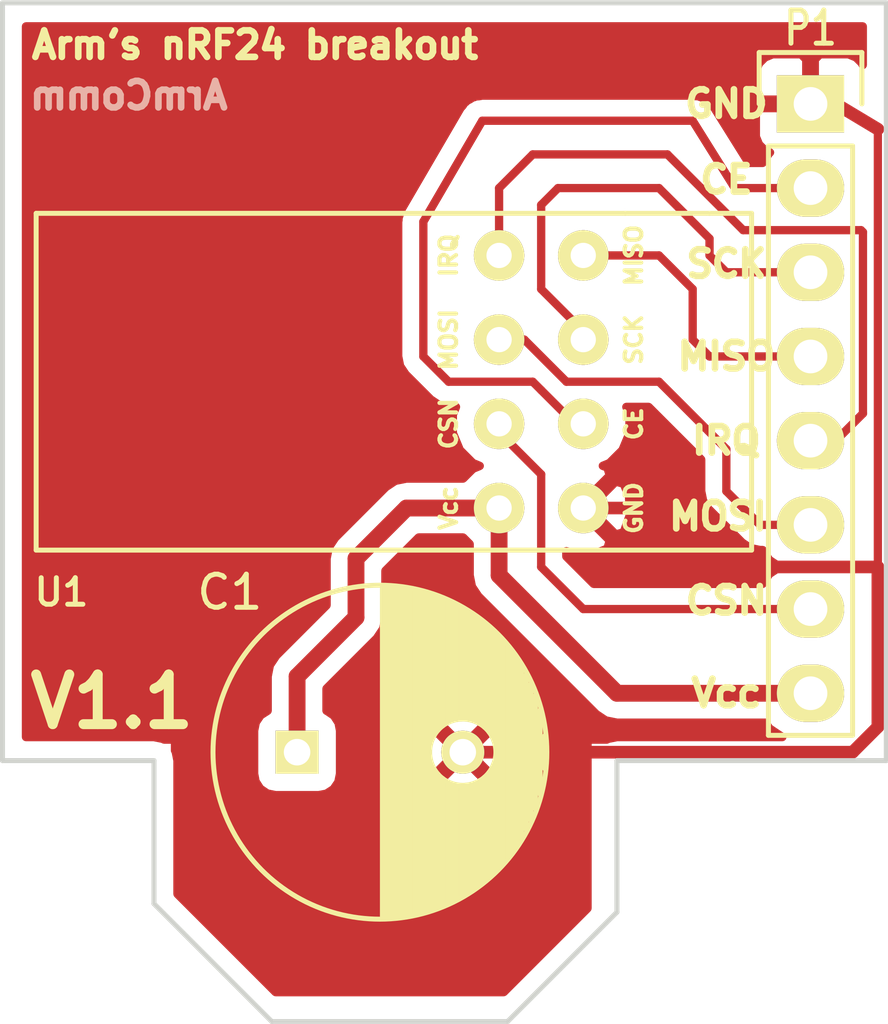
<source format=kicad_pcb>
(kicad_pcb (version 4) (host pcbnew 4.0.1-stable)

  (general
    (links 10)
    (no_connects 0)
    (area 132.004999 104.064999 158.825001 134.949001)
    (thickness 1.6)
    (drawings 21)
    (tracks 62)
    (zones 0)
    (modules 3)
    (nets 9)
  )

  (page A4)
  (title_block
    (title nRF24breakout)
    (date 2016-03-12)
    (rev 1.0)
    (company ArmComm)
    (comment 1 "Part of Kicad make PCB like a pro")
  )

  (layers
    (0 F.Cu signal)
    (31 B.Cu signal)
    (32 B.Adhes user)
    (33 F.Adhes user)
    (34 B.Paste user)
    (35 F.Paste user)
    (36 B.SilkS user)
    (37 F.SilkS user)
    (38 B.Mask user)
    (39 F.Mask user)
    (40 Dwgs.User user)
    (41 Cmts.User user)
    (42 Eco1.User user)
    (43 Eco2.User user)
    (44 Edge.Cuts user)
    (45 Margin user)
    (46 B.CrtYd user)
    (47 F.CrtYd user)
    (48 B.Fab user)
    (49 F.Fab user)
  )

  (setup
    (last_trace_width 0.25)
    (user_trace_width 0.1524)
    (user_trace_width 0.254)
    (user_trace_width 0.381)
    (user_trace_width 0.508)
    (user_trace_width 0.8128)
    (trace_clearance 0.2)
    (zone_clearance 0.508)
    (zone_45_only no)
    (trace_min 0.1524)
    (segment_width 0.2)
    (edge_width 0.15)
    (via_size 0.6)
    (via_drill 0.4)
    (via_min_size 0.4)
    (via_min_drill 0.254)
    (user_via 0.4826 0.3302)
    (user_via 0.5 0.4)
    (user_via 1.905 0.254)
    (uvia_size 0.3)
    (uvia_drill 0.1)
    (uvias_allowed no)
    (uvia_min_size 0.2)
    (uvia_min_drill 0.1)
    (pcb_text_width 0.3)
    (pcb_text_size 1.5 1.5)
    (mod_edge_width 0.15)
    (mod_text_size 1 1)
    (mod_text_width 0.15)
    (pad_size 1.524 1.524)
    (pad_drill 0.762)
    (pad_to_mask_clearance 0.2)
    (aux_axis_origin 0 0)
    (visible_elements FFFFFF7F)
    (pcbplotparams
      (layerselection 0x010f0_80000001)
      (usegerberextensions true)
      (excludeedgelayer true)
      (linewidth 0.100000)
      (plotframeref false)
      (viasonmask false)
      (mode 1)
      (useauxorigin false)
      (hpglpennumber 1)
      (hpglpenspeed 20)
      (hpglpendiameter 15)
      (hpglpenoverlay 2)
      (psnegative false)
      (psa4output false)
      (plotreference true)
      (plotvalue true)
      (plotinvisibletext false)
      (padsonsilk false)
      (subtractmaskfromsilk false)
      (outputformat 1)
      (mirror false)
      (drillshape 0)
      (scaleselection 1)
      (outputdirectory nRF24_Gerber/))
  )

  (net 0 "")
  (net 1 "Net-(P1-Pad2)")
  (net 2 "Net-(P1-Pad3)")
  (net 3 "Net-(P1-Pad4)")
  (net 4 "Net-(P1-Pad5)")
  (net 5 "Net-(P1-Pad6)")
  (net 6 "Net-(P1-Pad7)")
  (net 7 "Net-(C1-Pad2)")
  (net 8 "Net-(C1-Pad1)")

  (net_class Default "This is the default net class."
    (clearance 0.2)
    (trace_width 0.25)
    (via_dia 0.6)
    (via_drill 0.4)
    (uvia_dia 0.3)
    (uvia_drill 0.1)
    (add_net "Net-(C1-Pad1)")
    (add_net "Net-(C1-Pad2)")
    (add_net "Net-(P1-Pad2)")
    (add_net "Net-(P1-Pad3)")
    (add_net "Net-(P1-Pad4)")
    (add_net "Net-(P1-Pad5)")
    (add_net "Net-(P1-Pad6)")
    (add_net "Net-(P1-Pad7)")
  )

  (module Pin_Headers:Pin_Header_Straight_1x08 (layer F.Cu) (tedit 56E41275) (tstamp 56E40AB4)
    (at 156.464 107.188)
    (descr "Through hole pin header")
    (tags "pin header")
    (path /56CAD517)
    (fp_text reference P1 (at 0 -2.286) (layer F.SilkS)
      (effects (font (size 1 0.8) (thickness 0.15)))
    )
    (fp_text value CONN_01X08 (at 0 -3.1) (layer F.Fab) hide
      (effects (font (size 1 1) (thickness 0.15)))
    )
    (fp_line (start -1.75 -1.75) (end -1.75 19.55) (layer F.CrtYd) (width 0.05))
    (fp_line (start 1.75 -1.75) (end 1.75 19.55) (layer F.CrtYd) (width 0.05))
    (fp_line (start -1.75 -1.75) (end 1.75 -1.75) (layer F.CrtYd) (width 0.05))
    (fp_line (start -1.75 19.55) (end 1.75 19.55) (layer F.CrtYd) (width 0.05))
    (fp_line (start 1.27 1.27) (end 1.27 19.05) (layer F.SilkS) (width 0.15))
    (fp_line (start 1.27 19.05) (end -1.27 19.05) (layer F.SilkS) (width 0.15))
    (fp_line (start -1.27 19.05) (end -1.27 1.27) (layer F.SilkS) (width 0.15))
    (fp_line (start 1.55 -1.55) (end 1.55 0) (layer F.SilkS) (width 0.15))
    (fp_line (start 1.27 1.27) (end -1.27 1.27) (layer F.SilkS) (width 0.15))
    (fp_line (start -1.55 0) (end -1.55 -1.55) (layer F.SilkS) (width 0.15))
    (fp_line (start -1.55 -1.55) (end 1.55 -1.55) (layer F.SilkS) (width 0.15))
    (pad 1 thru_hole rect (at 0 0) (size 2.032 1.7272) (drill 1.016) (layers *.Cu *.Mask F.SilkS)
      (net 7 "Net-(C1-Pad2)"))
    (pad 2 thru_hole oval (at 0 2.54) (size 2.032 1.7272) (drill 1.016) (layers *.Cu *.Mask F.SilkS)
      (net 1 "Net-(P1-Pad2)"))
    (pad 3 thru_hole oval (at 0 5.08) (size 2.032 1.7272) (drill 1.016) (layers *.Cu *.Mask F.SilkS)
      (net 2 "Net-(P1-Pad3)"))
    (pad 4 thru_hole oval (at 0 7.62) (size 2.032 1.7272) (drill 1.016) (layers *.Cu *.Mask F.SilkS)
      (net 3 "Net-(P1-Pad4)"))
    (pad 5 thru_hole oval (at 0 10.16) (size 2.032 1.7272) (drill 1.016) (layers *.Cu *.Mask F.SilkS)
      (net 4 "Net-(P1-Pad5)"))
    (pad 6 thru_hole oval (at 0 12.7) (size 2.032 1.7272) (drill 1.016) (layers *.Cu *.Mask F.SilkS)
      (net 5 "Net-(P1-Pad6)"))
    (pad 7 thru_hole oval (at 0 15.24) (size 2.032 1.7272) (drill 1.016) (layers *.Cu *.Mask F.SilkS)
      (net 6 "Net-(P1-Pad7)"))
    (pad 8 thru_hole oval (at 0 17.78) (size 2.032 1.7272) (drill 1.016) (layers *.Cu *.Mask F.SilkS)
      (net 8 "Net-(C1-Pad1)"))
    (model Pin_Headers.3dshapes/Pin_Header_Straight_1x08.wrl
      (at (xyz 0 -0.35 0))
      (scale (xyz 1 1 1))
      (rotate (xyz 0 0 90))
    )
  )

  (module nRF24_footprints:nRF24 (layer F.Cu) (tedit 5788E0F0) (tstamp 56E40ACE)
    (at 139.446 119.38)
    (descr "A footprint for the generic nRF24 module")
    (path /56CAE13E)
    (fp_text reference U1 (at -5.588 2.54) (layer F.SilkS)
      (effects (font (size 0.8 0.8) (thickness 0.15)))
    )
    (fp_text value nRF24 (at 0 -3.556) (layer F.Fab)
      (effects (font (size 1 1) (thickness 0.15)))
    )
    (fp_line (start 15.24 -8.89) (end 15.24 1.27) (layer F.SilkS) (width 0.15))
    (fp_line (start 15.24 1.27) (end -6.35 1.27) (layer F.SilkS) (width 0.15))
    (fp_line (start -6.35 1.27) (end -6.35 -8.89) (layer F.SilkS) (width 0.15))
    (fp_text user Vcc (at 6.096 0 90) (layer F.SilkS)
      (effects (font (size 0.5 0.5) (thickness 0.125)))
    )
    (fp_text user CSN (at 6.096 -2.54 90) (layer F.SilkS)
      (effects (font (size 0.5 0.5) (thickness 0.125)))
    )
    (fp_text user MOSI (at 6.096 -5.08 90) (layer F.SilkS)
      (effects (font (size 0.5 0.5) (thickness 0.125)))
    )
    (fp_text user IRQ (at 6.096 -7.62 90) (layer F.SilkS)
      (effects (font (size 0.5 0.5) (thickness 0.125)))
    )
    (fp_text user MISO (at 11.684 -7.62 90) (layer F.SilkS)
      (effects (font (size 0.5 0.5) (thickness 0.125)))
    )
    (fp_text user SCK (at 11.684 -5.08 90) (layer F.SilkS)
      (effects (font (size 0.5 0.5) (thickness 0.125)))
    )
    (fp_text user CE (at 11.684 -2.54 90) (layer F.SilkS)
      (effects (font (size 0.5 0.5) (thickness 0.125)))
    )
    (fp_text user GND (at 11.684 0 90) (layer F.SilkS)
      (effects (font (size 0.5 0.5) (thickness 0.125)))
    )
    (fp_line (start 13.97 -8.89) (end 15.24 -8.89) (layer F.SilkS) (width 0.15))
    (fp_line (start 11.43 -8.89) (end 13.97 -8.89) (layer F.SilkS) (width 0.15))
    (fp_line (start -6.35 -8.89) (end 11.43 -8.89) (layer F.SilkS) (width 0.15))
    (pad 1 thru_hole circle (at 10.16 -2.54) (size 1.524 1.524) (drill 0.762) (layers *.Cu *.Mask F.SilkS)
      (net 1 "Net-(P1-Pad2)"))
    (pad 2 thru_hole circle (at 10.16 -5.08) (size 1.524 1.524) (drill 0.762) (layers *.Cu *.Mask F.SilkS)
      (net 2 "Net-(P1-Pad3)"))
    (pad 3 thru_hole circle (at 10.16 -7.62) (size 1.524 1.524) (drill 0.762) (layers *.Cu *.Mask F.SilkS)
      (net 3 "Net-(P1-Pad4)"))
    (pad 4 thru_hole circle (at 7.62 -7.62) (size 1.524 1.524) (drill 0.762) (layers *.Cu *.Mask F.SilkS)
      (net 4 "Net-(P1-Pad5)"))
    (pad 5 thru_hole circle (at 7.62 -5.08) (size 1.524 1.524) (drill 0.762) (layers *.Cu *.Mask F.SilkS)
      (net 5 "Net-(P1-Pad6)"))
    (pad 6 thru_hole circle (at 7.62 -2.54) (size 1.524 1.524) (drill 0.762) (layers *.Cu *.Mask F.SilkS)
      (net 6 "Net-(P1-Pad7)"))
    (pad 7 thru_hole circle (at 7.62 0) (size 1.524 1.524) (drill 0.762) (layers *.Cu *.Mask F.SilkS)
      (net 8 "Net-(C1-Pad1)"))
    (pad 0 thru_hole circle (at 10.16 0) (size 1.524 1.524) (drill 0.762) (layers *.Cu *.Mask F.SilkS)
      (net 7 "Net-(C1-Pad2)"))
  )

  (module Capacitors_ThroughHole:C_Radial_D10_L16_P5 (layer F.Cu) (tedit 5788E0F5) (tstamp 5788DECD)
    (at 140.97 126.746)
    (descr "Radial Electrolytic Capacitor 10mm x Length 16mm, Pitch 5mm")
    (tags "Electrolytic Capacitor")
    (path /5788DB0A)
    (fp_text reference C1 (at -2.032 -4.826) (layer F.SilkS)
      (effects (font (size 1 1) (thickness 0.15)))
    )
    (fp_text value 10uF (at 2.5 6.3) (layer F.Fab)
      (effects (font (size 1 1) (thickness 0.15)))
    )
    (fp_line (start 2.575 -4.999) (end 2.575 4.999) (layer F.SilkS) (width 0.15))
    (fp_line (start 2.715 -4.995) (end 2.715 4.995) (layer F.SilkS) (width 0.15))
    (fp_line (start 2.855 -4.987) (end 2.855 4.987) (layer F.SilkS) (width 0.15))
    (fp_line (start 2.995 -4.975) (end 2.995 4.975) (layer F.SilkS) (width 0.15))
    (fp_line (start 3.135 -4.96) (end 3.135 4.96) (layer F.SilkS) (width 0.15))
    (fp_line (start 3.275 -4.94) (end 3.275 4.94) (layer F.SilkS) (width 0.15))
    (fp_line (start 3.415 -4.916) (end 3.415 4.916) (layer F.SilkS) (width 0.15))
    (fp_line (start 3.555 -4.887) (end 3.555 4.887) (layer F.SilkS) (width 0.15))
    (fp_line (start 3.695 -4.855) (end 3.695 4.855) (layer F.SilkS) (width 0.15))
    (fp_line (start 3.835 -4.818) (end 3.835 4.818) (layer F.SilkS) (width 0.15))
    (fp_line (start 3.975 -4.777) (end 3.975 4.777) (layer F.SilkS) (width 0.15))
    (fp_line (start 4.115 -4.732) (end 4.115 -0.466) (layer F.SilkS) (width 0.15))
    (fp_line (start 4.115 0.466) (end 4.115 4.732) (layer F.SilkS) (width 0.15))
    (fp_line (start 4.255 -4.682) (end 4.255 -0.667) (layer F.SilkS) (width 0.15))
    (fp_line (start 4.255 0.667) (end 4.255 4.682) (layer F.SilkS) (width 0.15))
    (fp_line (start 4.395 -4.627) (end 4.395 -0.796) (layer F.SilkS) (width 0.15))
    (fp_line (start 4.395 0.796) (end 4.395 4.627) (layer F.SilkS) (width 0.15))
    (fp_line (start 4.535 -4.567) (end 4.535 -0.885) (layer F.SilkS) (width 0.15))
    (fp_line (start 4.535 0.885) (end 4.535 4.567) (layer F.SilkS) (width 0.15))
    (fp_line (start 4.675 -4.502) (end 4.675 -0.946) (layer F.SilkS) (width 0.15))
    (fp_line (start 4.675 0.946) (end 4.675 4.502) (layer F.SilkS) (width 0.15))
    (fp_line (start 4.815 -4.432) (end 4.815 -0.983) (layer F.SilkS) (width 0.15))
    (fp_line (start 4.815 0.983) (end 4.815 4.432) (layer F.SilkS) (width 0.15))
    (fp_line (start 4.955 -4.356) (end 4.955 -0.999) (layer F.SilkS) (width 0.15))
    (fp_line (start 4.955 0.999) (end 4.955 4.356) (layer F.SilkS) (width 0.15))
    (fp_line (start 5.095 -4.274) (end 5.095 -0.995) (layer F.SilkS) (width 0.15))
    (fp_line (start 5.095 0.995) (end 5.095 4.274) (layer F.SilkS) (width 0.15))
    (fp_line (start 5.235 -4.186) (end 5.235 -0.972) (layer F.SilkS) (width 0.15))
    (fp_line (start 5.235 0.972) (end 5.235 4.186) (layer F.SilkS) (width 0.15))
    (fp_line (start 5.375 -4.091) (end 5.375 -0.927) (layer F.SilkS) (width 0.15))
    (fp_line (start 5.375 0.927) (end 5.375 4.091) (layer F.SilkS) (width 0.15))
    (fp_line (start 5.515 -3.989) (end 5.515 -0.857) (layer F.SilkS) (width 0.15))
    (fp_line (start 5.515 0.857) (end 5.515 3.989) (layer F.SilkS) (width 0.15))
    (fp_line (start 5.655 -3.879) (end 5.655 -0.756) (layer F.SilkS) (width 0.15))
    (fp_line (start 5.655 0.756) (end 5.655 3.879) (layer F.SilkS) (width 0.15))
    (fp_line (start 5.795 -3.761) (end 5.795 -0.607) (layer F.SilkS) (width 0.15))
    (fp_line (start 5.795 0.607) (end 5.795 3.761) (layer F.SilkS) (width 0.15))
    (fp_line (start 5.935 -3.633) (end 5.935 -0.355) (layer F.SilkS) (width 0.15))
    (fp_line (start 5.935 0.355) (end 5.935 3.633) (layer F.SilkS) (width 0.15))
    (fp_line (start 6.075 -3.496) (end 6.075 3.496) (layer F.SilkS) (width 0.15))
    (fp_line (start 6.215 -3.346) (end 6.215 3.346) (layer F.SilkS) (width 0.15))
    (fp_line (start 6.355 -3.184) (end 6.355 3.184) (layer F.SilkS) (width 0.15))
    (fp_line (start 6.495 -3.007) (end 6.495 3.007) (layer F.SilkS) (width 0.15))
    (fp_line (start 6.635 -2.811) (end 6.635 2.811) (layer F.SilkS) (width 0.15))
    (fp_line (start 6.775 -2.593) (end 6.775 2.593) (layer F.SilkS) (width 0.15))
    (fp_line (start 6.915 -2.347) (end 6.915 2.347) (layer F.SilkS) (width 0.15))
    (fp_line (start 7.055 -2.062) (end 7.055 2.062) (layer F.SilkS) (width 0.15))
    (fp_line (start 7.195 -1.72) (end 7.195 1.72) (layer F.SilkS) (width 0.15))
    (fp_line (start 7.335 -1.274) (end 7.335 1.274) (layer F.SilkS) (width 0.15))
    (fp_line (start 7.475 -0.499) (end 7.475 0.499) (layer F.SilkS) (width 0.15))
    (fp_circle (center 5 0) (end 5 -1) (layer F.SilkS) (width 0.15))
    (fp_circle (center 2.5 0) (end 2.5 -5.0375) (layer F.SilkS) (width 0.15))
    (fp_circle (center 2.5 0) (end 2.5 -5.3) (layer F.CrtYd) (width 0.05))
    (pad 1 thru_hole rect (at 0 0) (size 1.3 1.3) (drill 0.8) (layers *.Cu *.Mask F.SilkS)
      (net 8 "Net-(C1-Pad1)"))
    (pad 2 thru_hole circle (at 5 0) (size 1.3 1.3) (drill 0.8) (layers *.Cu *.Mask F.SilkS)
      (net 7 "Net-(C1-Pad2)"))
    (model Capacitors_ThroughHole.3dshapes/C_Radial_D10_L16_P5.wrl
      (at (xyz 0.0984252 0 0))
      (scale (xyz 1 1 1))
      (rotate (xyz 0 0 90))
    )
  )

  (gr_text ArmComm (at 135.89 106.934) (layer B.SilkS)
    (effects (font (size 0.8 0.8) (thickness 0.2)) (justify mirror))
  )
  (gr_text "Arm's nRF24 breakout" (at 139.7 105.41) (layer F.SilkS)
    (effects (font (size 0.8 0.8) (thickness 0.2)))
  )
  (gr_line (start 150.622 127) (end 158.75 127) (angle 90) (layer Edge.Cuts) (width 0.15))
  (gr_line (start 150.622 131.572) (end 150.622 127) (angle 90) (layer Edge.Cuts) (width 0.15))
  (gr_line (start 147.32 134.874) (end 150.622 131.572) (angle 90) (layer Edge.Cuts) (width 0.15))
  (gr_line (start 140.208 134.874) (end 147.32 134.874) (angle 90) (layer Edge.Cuts) (width 0.15))
  (gr_line (start 136.652 131.318) (end 140.208 134.874) (angle 90) (layer Edge.Cuts) (width 0.15))
  (gr_line (start 136.652 127) (end 136.652 131.318) (angle 90) (layer Edge.Cuts) (width 0.15))
  (gr_line (start 132.08 127) (end 136.652 127) (angle 90) (layer Edge.Cuts) (width 0.15))
  (gr_text V1.1 (at 135.382 125.222) (layer F.SilkS)
    (effects (font (size 1.5 1.5) (thickness 0.3)))
  )
  (gr_text GND (at 153.924 107.188) (layer F.SilkS) (tstamp 5788D7DA)
    (effects (font (size 0.8 0.8) (thickness 0.2)))
  )
  (gr_text CE (at 153.924 109.474) (layer F.SilkS) (tstamp 5788D7D6)
    (effects (font (size 0.8 0.8) (thickness 0.2)))
  )
  (gr_text SCK (at 153.924 112.014) (layer F.SilkS) (tstamp 5788D7D3)
    (effects (font (size 0.8 0.8) (thickness 0.2)))
  )
  (gr_text MISO (at 153.924 114.808) (layer F.SilkS) (tstamp 5788D7CD)
    (effects (font (size 0.8 0.8) (thickness 0.2)))
  )
  (gr_text IRQ (at 153.924 117.348) (layer F.SilkS) (tstamp 5788D7C7)
    (effects (font (size 0.8 0.8) (thickness 0.2)))
  )
  (gr_text MOSI (at 153.67 119.634) (layer F.SilkS) (tstamp 5788D7BA)
    (effects (font (size 0.8 0.8) (thickness 0.2)))
  )
  (gr_text CSN (at 153.924 122.174) (layer F.SilkS) (tstamp 5788D7B3)
    (effects (font (size 0.8 0.8) (thickness 0.2)))
  )
  (gr_text Vcc (at 153.924 124.968) (layer F.SilkS)
    (effects (font (size 0.8 0.8) (thickness 0.2)))
  )
  (gr_line (start 132.08 104.14) (end 158.75 104.14) (angle 90) (layer Edge.Cuts) (width 0.15))
  (gr_line (start 132.08 127) (end 132.08 104.14) (angle 90) (layer Edge.Cuts) (width 0.15))
  (gr_line (start 158.75 127) (end 158.75 104.14) (angle 90) (layer Edge.Cuts) (width 0.15))

  (segment (start 154.178 109.728) (end 156.464 109.728) (width 0.25) (layer F.Cu) (net 1) (tstamp 5788BD59))
  (segment (start 152.908 107.696) (end 154.178 109.728) (width 0.25) (layer F.Cu) (net 1) (tstamp 5788BD4F))
  (segment (start 146.558 107.696) (end 152.908 107.696) (width 0.25) (layer F.Cu) (net 1) (tstamp 5788BD4B))
  (segment (start 144.78 110.744) (end 146.558 107.696) (width 0.25) (layer F.Cu) (net 1) (tstamp 5788BD49))
  (segment (start 144.78 114.808) (end 144.78 110.744) (width 0.25) (layer F.Cu) (net 1) (tstamp 5788BD47))
  (segment (start 145.542 115.57) (end 144.78 114.808) (width 0.25) (layer F.Cu) (net 1) (tstamp 5788BD44))
  (segment (start 148.082 115.57) (end 145.542 115.57) (width 0.25) (layer F.Cu) (net 1) (tstamp 5788BD40))
  (segment (start 148.336 115.824) (end 148.082 115.57) (width 0.25) (layer F.Cu) (net 1) (tstamp 5788BD27))
  (segment (start 149.352 116.84) (end 148.336 115.824) (width 0.25) (layer F.Cu) (net 1) (tstamp 5788BD25))
  (segment (start 149.606 116.84) (end 149.352 116.84) (width 0.25) (layer F.Cu) (net 1))
  (segment (start 149.606 114.3) (end 149.606 114.046) (width 0.25) (layer F.Cu) (net 2))
  (segment (start 149.606 114.046) (end 148.336 112.776) (width 0.25) (layer F.Cu) (net 2) (tstamp 5788BCCF))
  (segment (start 148.336 112.776) (end 148.336 110.236) (width 0.25) (layer F.Cu) (net 2) (tstamp 5788BCD2))
  (segment (start 148.336 110.236) (end 148.844 109.728) (width 0.25) (layer F.Cu) (net 2) (tstamp 5788BCD7))
  (segment (start 148.844 109.728) (end 151.892 109.728) (width 0.25) (layer F.Cu) (net 2) (tstamp 5788BCD8))
  (segment (start 151.892 109.728) (end 153.416 111.252) (width 0.25) (layer F.Cu) (net 2) (tstamp 5788BCD9))
  (segment (start 153.416 111.252) (end 153.416 111.76) (width 0.25) (layer F.Cu) (net 2) (tstamp 5788BCDC))
  (segment (start 153.416 111.76) (end 153.924 112.268) (width 0.25) (layer F.Cu) (net 2) (tstamp 5788BCDE))
  (segment (start 153.924 112.268) (end 156.464 112.268) (width 0.25) (layer F.Cu) (net 2) (tstamp 5788BCE0))
  (segment (start 149.606 111.76) (end 151.892 111.76) (width 0.25) (layer F.Cu) (net 3))
  (segment (start 153.416 114.808) (end 156.464 114.808) (width 0.25) (layer F.Cu) (net 3) (tstamp 5788BC75))
  (segment (start 152.908 114.3) (end 153.416 114.808) (width 0.25) (layer F.Cu) (net 3) (tstamp 5788BC74))
  (segment (start 152.908 112.776) (end 152.908 114.3) (width 0.25) (layer F.Cu) (net 3) (tstamp 5788BC71))
  (segment (start 151.892 111.76) (end 152.908 112.776) (width 0.25) (layer F.Cu) (net 3) (tstamp 5788BC6E))
  (segment (start 147.066 111.76) (end 147.066 109.728) (width 0.25) (layer F.Cu) (net 4))
  (segment (start 158.045998 116.528002) (end 157.226 117.348) (width 0.25) (layer F.Cu) (net 4) (tstamp 5788BED2))
  (segment (start 158.045998 111.055998) (end 158.045998 116.528002) (width 0.25) (layer F.Cu) (net 4) (tstamp 5788BECE))
  (segment (start 157.988 110.998) (end 158.045998 111.055998) (width 0.25) (layer F.Cu) (net 4) (tstamp 5788BECC))
  (segment (start 154.432 110.998) (end 157.988 110.998) (width 0.25) (layer F.Cu) (net 4) (tstamp 5788BEC8))
  (segment (start 152.146 108.712) (end 154.432 110.998) (width 0.25) (layer F.Cu) (net 4) (tstamp 5788BEC5))
  (segment (start 148.082 108.712) (end 152.146 108.712) (width 0.25) (layer F.Cu) (net 4) (tstamp 5788BEC2))
  (segment (start 147.066 109.728) (end 148.082 108.712) (width 0.25) (layer F.Cu) (net 4) (tstamp 5788BEC0))
  (segment (start 157.226 117.348) (end 156.464 117.348) (width 0.25) (layer F.Cu) (net 4) (tstamp 5788BED5))
  (segment (start 147.066 114.3) (end 147.828 114.3) (width 0.25) (layer F.Cu) (net 5))
  (segment (start 147.828 114.3) (end 149.098 115.57) (width 0.25) (layer F.Cu) (net 5) (tstamp 5788BE33))
  (segment (start 149.098 115.57) (end 151.892 115.57) (width 0.25) (layer F.Cu) (net 5) (tstamp 5788BE35))
  (segment (start 151.892 115.57) (end 153.924 117.602) (width 0.25) (layer F.Cu) (net 5) (tstamp 5788BE38))
  (segment (start 153.924 117.602) (end 153.924 118.872) (width 0.25) (layer F.Cu) (net 5) (tstamp 5788BE3B))
  (segment (start 153.924 118.872) (end 154.94 119.888) (width 0.25) (layer F.Cu) (net 5) (tstamp 5788BE3D))
  (segment (start 154.94 119.888) (end 156.464 119.888) (width 0.25) (layer F.Cu) (net 5) (tstamp 5788BE3F))
  (segment (start 147.066 116.84) (end 147.066 117.094) (width 0.25) (layer F.Cu) (net 6))
  (segment (start 147.066 117.094) (end 148.336 118.364) (width 0.25) (layer F.Cu) (net 6) (tstamp 5788BE20))
  (segment (start 148.336 118.364) (end 148.336 121.158) (width 0.25) (layer F.Cu) (net 6) (tstamp 5788BE25))
  (segment (start 148.336 121.158) (end 149.606 122.428) (width 0.25) (layer F.Cu) (net 6) (tstamp 5788BE2A))
  (segment (start 149.606 122.428) (end 156.464 122.428) (width 0.25) (layer F.Cu) (net 6) (tstamp 5788BE2C))
  (segment (start 145.97 126.746) (end 157.734 126.746) (width 0.381) (layer F.Cu) (net 7))
  (segment (start 157.734 126.746) (end 158.496 125.984) (width 0.381) (layer F.Cu) (net 7) (tstamp 5788E225))
  (segment (start 158.496 125.984) (end 158.496 121.158) (width 0.381) (layer F.Cu) (net 7) (tstamp 5788E228))
  (segment (start 149.606 119.38) (end 152.908 119.38) (width 0.381) (layer F.Cu) (net 7))
  (segment (start 152.908 119.38) (end 154.686 121.158) (width 0.381) (layer F.Cu) (net 7) (tstamp 5788BDEC))
  (segment (start 154.686 121.158) (end 158.496 121.158) (width 0.381) (layer F.Cu) (net 7) (tstamp 5788BDF0))
  (segment (start 158.496 107.95) (end 157.226 107.188) (width 0.381) (layer F.Cu) (net 7) (tstamp 5788BDF4))
  (segment (start 158.496 121.158) (end 158.496 107.95) (width 0.25) (layer F.Cu) (net 7) (tstamp 5788BDF2))
  (segment (start 157.226 107.188) (end 156.464 107.188) (width 0.25) (layer F.Cu) (net 7) (tstamp 5788BDFB))
  (segment (start 140.97 126.746) (end 140.97 124.46) (width 0.508) (layer F.Cu) (net 8))
  (segment (start 140.97 124.46) (end 142.748 122.682) (width 0.508) (layer F.Cu) (net 8) (tstamp 5788E206))
  (segment (start 142.748 122.682) (end 142.748 120.904) (width 0.508) (layer F.Cu) (net 8) (tstamp 5788E20C))
  (segment (start 142.748 120.904) (end 144.272 119.38) (width 0.508) (layer F.Cu) (net 8) (tstamp 5788E20E))
  (segment (start 144.272 119.38) (end 147.066 119.38) (width 0.508) (layer F.Cu) (net 8) (tstamp 5788E210))
  (segment (start 147.066 119.38) (end 147.066 121.412) (width 0.508) (layer F.Cu) (net 8))
  (segment (start 147.066 121.412) (end 150.622 124.968) (width 0.508) (layer F.Cu) (net 8) (tstamp 5788BE05))
  (segment (start 150.622 124.968) (end 156.464 124.968) (width 0.508) (layer F.Cu) (net 8) (tstamp 5788BE0C))

  (zone (net 7) (net_name "Net-(C1-Pad2)") (layer F.Cu) (tstamp 578A0746) (hatch edge 0.508)
    (connect_pads (clearance 0.508))
    (min_thickness 0.254)
    (fill yes (arc_segments 16) (thermal_gap 0.508) (thermal_bridge_width 0.508))
    (polygon
      (pts
        (xy 158.496 126.492) (xy 149.86 126.492) (xy 149.86 131.572) (xy 147.32 134.112) (xy 140.208 134.112)
        (xy 137.16 131.064) (xy 137.16 126.492) (xy 132.588 126.492) (xy 132.588 104.648) (xy 158.496 104.648)
        (xy 158.496 126.492)
      )
    )
    (filled_polygon
      (pts
        (xy 158.04 106.017024) (xy 158.018327 105.964701) (xy 157.839698 105.786073) (xy 157.606309 105.6894) (xy 156.74975 105.6894)
        (xy 156.591 105.84815) (xy 156.591 107.061) (xy 156.611 107.061) (xy 156.611 107.315) (xy 156.591 107.315)
        (xy 156.591 107.335) (xy 156.337 107.335) (xy 156.337 107.315) (xy 154.97175 107.315) (xy 154.813 107.47375)
        (xy 154.813 108.17791) (xy 154.909673 108.411299) (xy 155.088302 108.589927) (xy 155.24178 108.6535) (xy 155.219585 108.66833)
        (xy 155.019352 108.968) (xy 154.599228 108.968) (xy 153.552479 107.293201) (xy 153.493343 107.23035) (xy 153.445401 107.158599)
        (xy 153.392705 107.123389) (xy 153.349276 107.077231) (xy 153.270591 107.041795) (xy 153.198839 106.993852) (xy 153.13668 106.981488)
        (xy 153.078893 106.955463) (xy 152.992638 106.952836) (xy 152.908 106.936) (xy 146.558 106.936) (xy 146.462142 106.955067)
        (xy 146.364585 106.961023) (xy 146.317994 106.983741) (xy 146.267161 106.993852) (xy 146.185897 107.048151) (xy 146.098045 107.090987)
        (xy 146.063696 107.129803) (xy 146.020599 107.158599) (xy 145.9663 107.239863) (xy 145.901528 107.313058) (xy 144.123528 110.361058)
        (xy 144.106647 110.410066) (xy 144.077852 110.453161) (xy 144.058784 110.54902) (xy 144.026954 110.641429) (xy 144.030112 110.693162)
        (xy 144.02 110.744) (xy 144.02 114.808) (xy 144.077852 115.098839) (xy 144.242599 115.345401) (xy 145.004599 116.107401)
        (xy 145.251161 116.272148) (xy 145.542 116.33) (xy 145.765121 116.33) (xy 145.669243 116.5609) (xy 145.668758 117.116661)
        (xy 145.88099 117.630303) (xy 146.27363 118.023629) (xy 146.481512 118.109949) (xy 146.275697 118.19499) (xy 145.97917 118.491)
        (xy 144.272 118.491) (xy 143.931794 118.558671) (xy 143.643382 118.751382) (xy 142.119382 120.275382) (xy 141.926671 120.563794)
        (xy 141.859 120.904) (xy 141.859 122.313764) (xy 140.341382 123.831382) (xy 140.148671 124.119794) (xy 140.081 124.46)
        (xy 140.081 125.495208) (xy 139.868559 125.63191) (xy 139.723569 125.84411) (xy 139.67256 126.096) (xy 139.67256 127.396)
        (xy 139.716838 127.631317) (xy 139.85591 127.847441) (xy 140.06811 127.992431) (xy 140.32 128.04344) (xy 141.62 128.04344)
        (xy 141.855317 127.999162) (xy 142.071441 127.86009) (xy 142.216431 127.64789) (xy 142.217012 127.645016) (xy 145.25059 127.645016)
        (xy 145.306271 127.875611) (xy 145.789078 128.043622) (xy 146.299428 128.014083) (xy 146.633729 127.875611) (xy 146.68941 127.645016)
        (xy 145.97 126.925605) (xy 145.25059 127.645016) (xy 142.217012 127.645016) (xy 142.26744 127.396) (xy 142.26744 126.565078)
        (xy 144.672378 126.565078) (xy 144.701917 127.075428) (xy 144.840389 127.409729) (xy 145.070984 127.46541) (xy 145.790395 126.746)
        (xy 146.149605 126.746) (xy 146.869016 127.46541) (xy 147.099611 127.409729) (xy 147.267622 126.926922) (xy 147.238083 126.416572)
        (xy 147.099611 126.082271) (xy 146.869016 126.02659) (xy 146.149605 126.746) (xy 145.790395 126.746) (xy 145.070984 126.02659)
        (xy 144.840389 126.082271) (xy 144.672378 126.565078) (xy 142.26744 126.565078) (xy 142.26744 126.096) (xy 142.223162 125.860683)
        (xy 142.214347 125.846984) (xy 145.25059 125.846984) (xy 145.97 126.566395) (xy 146.68941 125.846984) (xy 146.633729 125.616389)
        (xy 146.150922 125.448378) (xy 145.640572 125.477917) (xy 145.306271 125.616389) (xy 145.25059 125.846984) (xy 142.214347 125.846984)
        (xy 142.08409 125.644559) (xy 141.87189 125.499569) (xy 141.859 125.496959) (xy 141.859 124.828236) (xy 143.376618 123.310618)
        (xy 143.497204 123.130148) (xy 143.569329 123.022206) (xy 143.637 122.682) (xy 143.637 121.272236) (xy 144.640236 120.269)
        (xy 145.979515 120.269) (xy 146.177 120.46683) (xy 146.177 121.412) (xy 146.244671 121.752206) (xy 146.355451 121.918)
        (xy 146.437382 122.040618) (xy 149.993382 125.596618) (xy 150.281794 125.789329) (xy 150.622 125.857) (xy 155.105547 125.857)
        (xy 155.219585 126.02767) (xy 155.612189 126.29) (xy 150.622 126.29) (xy 150.350295 126.344046) (xy 150.318935 126.365)
        (xy 149.86 126.365) (xy 149.81059 126.375006) (xy 149.768965 126.403447) (xy 149.741685 126.445841) (xy 149.733 126.492)
        (xy 149.733 131.456908) (xy 147.204908 133.985) (xy 140.323092 133.985) (xy 137.362 131.023908) (xy 137.362 127)
        (xy 137.307954 126.728295) (xy 137.287 126.696935) (xy 137.287 126.492) (xy 137.276994 126.44259) (xy 137.248553 126.400965)
        (xy 137.206159 126.373685) (xy 137.16 126.365) (xy 136.955065 126.365) (xy 136.923705 126.344046) (xy 136.652 126.29)
        (xy 132.79 126.29) (xy 132.79 106.19809) (xy 154.813 106.19809) (xy 154.813 106.90225) (xy 154.97175 107.061)
        (xy 156.337 107.061) (xy 156.337 105.84815) (xy 156.17825 105.6894) (xy 155.321691 105.6894) (xy 155.088302 105.786073)
        (xy 154.909673 105.964701) (xy 154.813 106.19809) (xy 132.79 106.19809) (xy 132.79 104.85) (xy 158.04 104.85)
      )
    )
    (filled_polygon
      (pts
        (xy 153.164 117.916802) (xy 153.164 118.872) (xy 153.221852 119.162839) (xy 153.386599 119.409401) (xy 154.402599 120.425401)
        (xy 154.649161 120.590148) (xy 154.94 120.648) (xy 155.019352 120.648) (xy 155.219585 120.94767) (xy 155.534366 121.158)
        (xy 155.219585 121.36833) (xy 155.019352 121.668) (xy 149.920802 121.668) (xy 149.096 120.843198) (xy 149.096 120.681293)
        (xy 149.398302 120.789144) (xy 149.953368 120.761362) (xy 150.337143 120.602397) (xy 150.406608 120.360213) (xy 149.606 119.559605)
        (xy 149.591858 119.573748) (xy 149.412253 119.394143) (xy 149.426395 119.38) (xy 149.785605 119.38) (xy 150.586213 120.180608)
        (xy 150.828397 120.111143) (xy 151.015144 119.587698) (xy 150.987362 119.032632) (xy 150.828397 118.648857) (xy 150.586213 118.579392)
        (xy 149.785605 119.38) (xy 149.426395 119.38) (xy 149.412253 119.365858) (xy 149.591858 119.186253) (xy 149.606 119.200395)
        (xy 150.406608 118.399787) (xy 150.337143 118.157603) (xy 150.196682 118.107491) (xy 150.396303 118.02501) (xy 150.789629 117.63237)
        (xy 151.002757 117.1191) (xy 151.003242 116.563339) (xy 150.906829 116.33) (xy 151.577198 116.33)
      )
    )
  )
)

</source>
